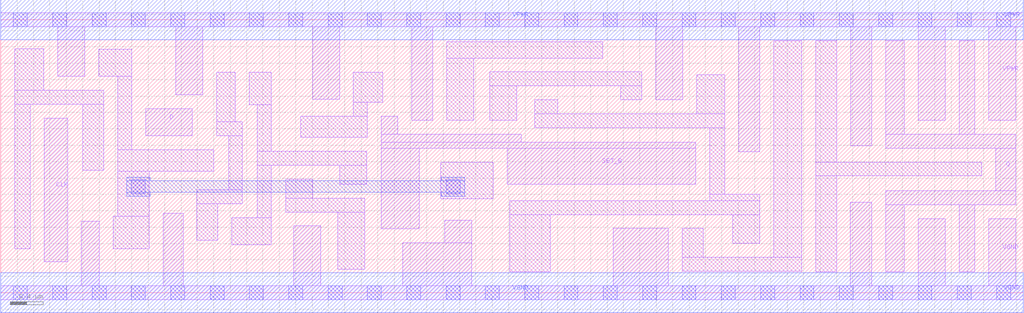
<source format=lef>
# Copyright 2020 The SkyWater PDK Authors
#
# Licensed under the Apache License, Version 2.0 (the "License");
# you may not use this file except in compliance with the License.
# You may obtain a copy of the License at
#
#     https://www.apache.org/licenses/LICENSE-2.0
#
# Unless required by applicable law or agreed to in writing, software
# distributed under the License is distributed on an "AS IS" BASIS,
# WITHOUT WARRANTIES OR CONDITIONS OF ANY KIND, either express or implied.
# See the License for the specific language governing permissions and
# limitations under the License.
#
# SPDX-License-Identifier: Apache-2.0

VERSION 5.7 ;
  NAMESCASESENSITIVE ON ;
  NOWIREEXTENSIONATPIN ON ;
  DIVIDERCHAR "/" ;
  BUSBITCHARS "[]" ;
UNITS
  DATABASE MICRONS 200 ;
END UNITS
MACRO sky130_fd_sc_lp__dfstp_4
  CLASS CORE ;
  SOURCE USER ;
  FOREIGN sky130_fd_sc_lp__dfstp_4 ;
  ORIGIN  0.000000  0.000000 ;
  SIZE  12.48000 BY  3.330000 ;
  SYMMETRY X Y R90 ;
  SITE unit ;
  PIN D
    ANTENNAGATEAREA  0.126000 ;
    DIRECTION INPUT ;
    USE SIGNAL ;
    PORT
      LAYER li1 ;
        RECT 1.770000 1.915000 2.340000 2.245000 ;
    END
  END D
  PIN Q
    ANTENNADIFFAREA  1.176000 ;
    DIRECTION OUTPUT ;
    USE SIGNAL ;
    PORT
      LAYER li1 ;
        RECT 10.800000 0.255000 11.025000 1.075000 ;
        RECT 10.800000 1.075000 12.390000 1.245000 ;
        RECT 10.800000 1.765000 12.390000 1.935000 ;
        RECT 10.800000 1.935000 11.025000 3.075000 ;
        RECT 11.695000 0.255000 11.885000 1.075000 ;
        RECT 11.695000 1.935000 11.885000 3.075000 ;
        RECT 12.145000 1.245000 12.390000 1.765000 ;
    END
  END Q
  PIN SET_B
    ANTENNAGATEAREA  0.252000 ;
    DIRECTION INPUT ;
    USE SIGNAL ;
    PORT
      LAYER li1 ;
        RECT 4.645000 0.780000 5.110000 1.765000 ;
        RECT 4.645000 1.765000 8.485000 1.835000 ;
        RECT 4.645000 1.835000 6.350000 1.935000 ;
        RECT 4.645000 1.935000 4.845000 2.155000 ;
        RECT 6.180000 1.325000 8.485000 1.765000 ;
    END
  END SET_B
  PIN CLK
    ANTENNAGATEAREA  0.159000 ;
    DIRECTION INPUT ;
    USE CLOCK ;
    PORT
      LAYER li1 ;
        RECT 0.530000 0.380000 0.815000 2.130000 ;
    END
  END CLK
  PIN VGND
    DIRECTION INOUT ;
    USE GROUND ;
    PORT
      LAYER li1 ;
        RECT  0.000000 -0.085000 12.480000 0.085000 ;
        RECT  0.985000  0.085000  1.205000 0.870000 ;
        RECT  1.985000  0.085000  2.225000 0.970000 ;
        RECT  3.575000  0.085000  3.905000 0.815000 ;
        RECT  4.905000  0.085000  5.750000 0.610000 ;
        RECT  5.420000  0.610000  5.750000 0.885000 ;
        RECT  7.475000  0.085000  8.145000 0.785000 ;
        RECT 10.370000  0.085000 10.630000 1.105000 ;
        RECT 11.195000  0.085000 11.525000 0.905000 ;
        RECT 12.055000  0.085000 12.385000 0.905000 ;
      LAYER mcon ;
        RECT  0.155000 -0.085000  0.325000 0.085000 ;
        RECT  0.635000 -0.085000  0.805000 0.085000 ;
        RECT  1.115000 -0.085000  1.285000 0.085000 ;
        RECT  1.595000 -0.085000  1.765000 0.085000 ;
        RECT  2.075000 -0.085000  2.245000 0.085000 ;
        RECT  2.555000 -0.085000  2.725000 0.085000 ;
        RECT  3.035000 -0.085000  3.205000 0.085000 ;
        RECT  3.515000 -0.085000  3.685000 0.085000 ;
        RECT  3.995000 -0.085000  4.165000 0.085000 ;
        RECT  4.475000 -0.085000  4.645000 0.085000 ;
        RECT  4.955000 -0.085000  5.125000 0.085000 ;
        RECT  5.435000 -0.085000  5.605000 0.085000 ;
        RECT  5.915000 -0.085000  6.085000 0.085000 ;
        RECT  6.395000 -0.085000  6.565000 0.085000 ;
        RECT  6.875000 -0.085000  7.045000 0.085000 ;
        RECT  7.355000 -0.085000  7.525000 0.085000 ;
        RECT  7.835000 -0.085000  8.005000 0.085000 ;
        RECT  8.315000 -0.085000  8.485000 0.085000 ;
        RECT  8.795000 -0.085000  8.965000 0.085000 ;
        RECT  9.275000 -0.085000  9.445000 0.085000 ;
        RECT  9.755000 -0.085000  9.925000 0.085000 ;
        RECT 10.235000 -0.085000 10.405000 0.085000 ;
        RECT 10.715000 -0.085000 10.885000 0.085000 ;
        RECT 11.195000 -0.085000 11.365000 0.085000 ;
        RECT 11.675000 -0.085000 11.845000 0.085000 ;
        RECT 12.155000 -0.085000 12.325000 0.085000 ;
      LAYER met1 ;
        RECT 0.000000 -0.245000 12.480000 0.245000 ;
    END
  END VGND
  PIN VPWR
    DIRECTION INOUT ;
    USE POWER ;
    PORT
      LAYER li1 ;
        RECT  0.000000 3.245000 12.480000 3.415000 ;
        RECT  0.695000 2.640000  1.025000 3.245000 ;
        RECT  2.135000 2.415000  2.465000 3.245000 ;
        RECT  3.805000 2.360000  4.135000 3.245000 ;
        RECT  5.015000 2.105000  5.275000 3.245000 ;
        RECT  7.995000 2.355000  8.325000 3.245000 ;
        RECT  9.005000 1.720000  9.265000 3.245000 ;
        RECT 10.375000 1.795000 10.630000 3.245000 ;
        RECT 11.195000 2.105000 11.525000 3.245000 ;
        RECT 12.055000 2.105000 12.385000 3.245000 ;
      LAYER mcon ;
        RECT  0.155000 3.245000  0.325000 3.415000 ;
        RECT  0.635000 3.245000  0.805000 3.415000 ;
        RECT  1.115000 3.245000  1.285000 3.415000 ;
        RECT  1.595000 3.245000  1.765000 3.415000 ;
        RECT  2.075000 3.245000  2.245000 3.415000 ;
        RECT  2.555000 3.245000  2.725000 3.415000 ;
        RECT  3.035000 3.245000  3.205000 3.415000 ;
        RECT  3.515000 3.245000  3.685000 3.415000 ;
        RECT  3.995000 3.245000  4.165000 3.415000 ;
        RECT  4.475000 3.245000  4.645000 3.415000 ;
        RECT  4.955000 3.245000  5.125000 3.415000 ;
        RECT  5.435000 3.245000  5.605000 3.415000 ;
        RECT  5.915000 3.245000  6.085000 3.415000 ;
        RECT  6.395000 3.245000  6.565000 3.415000 ;
        RECT  6.875000 3.245000  7.045000 3.415000 ;
        RECT  7.355000 3.245000  7.525000 3.415000 ;
        RECT  7.835000 3.245000  8.005000 3.415000 ;
        RECT  8.315000 3.245000  8.485000 3.415000 ;
        RECT  8.795000 3.245000  8.965000 3.415000 ;
        RECT  9.275000 3.245000  9.445000 3.415000 ;
        RECT  9.755000 3.245000  9.925000 3.415000 ;
        RECT 10.235000 3.245000 10.405000 3.415000 ;
        RECT 10.715000 3.245000 10.885000 3.415000 ;
        RECT 11.195000 3.245000 11.365000 3.415000 ;
        RECT 11.675000 3.245000 11.845000 3.415000 ;
        RECT 12.155000 3.245000 12.325000 3.415000 ;
      LAYER met1 ;
        RECT 0.000000 3.085000 12.480000 3.575000 ;
    END
  END VPWR
  OBS
    LAYER li1 ;
      RECT 0.170000 0.540000  0.360000 2.300000 ;
      RECT 0.170000 2.300000  1.260000 2.470000 ;
      RECT 0.170000 2.470000  0.525000 2.975000 ;
      RECT 1.000000 1.495000  1.260000 2.300000 ;
      RECT 1.195000 2.640000  1.600000 2.970000 ;
      RECT 1.375000 0.540000  1.815000 0.935000 ;
      RECT 1.430000 0.935000  1.815000 1.485000 ;
      RECT 1.430000 1.485000  2.600000 1.745000 ;
      RECT 1.430000 1.745000  1.600000 2.640000 ;
      RECT 2.395000 0.640000  2.650000 1.085000 ;
      RECT 2.395000 1.085000  2.950000 1.255000 ;
      RECT 2.635000 1.915000  2.950000 2.085000 ;
      RECT 2.635000 2.085000  2.865000 2.690000 ;
      RECT 2.780000 1.255000  2.950000 1.915000 ;
      RECT 2.820000 0.585000  3.300000 0.915000 ;
      RECT 3.035000 2.295000  3.300000 2.690000 ;
      RECT 3.130000 0.915000  3.300000 1.555000 ;
      RECT 3.130000 1.555000  4.465000 1.725000 ;
      RECT 3.130000 1.725000  3.300000 2.295000 ;
      RECT 3.480000 0.985000  4.445000 1.155000 ;
      RECT 3.480000 1.155000  3.810000 1.385000 ;
      RECT 3.660000 1.895000  4.475000 2.155000 ;
      RECT 4.115000 0.285000  4.445000 0.985000 ;
      RECT 4.135000 1.325000  4.465000 1.555000 ;
      RECT 4.305000 2.155000  4.475000 2.325000 ;
      RECT 4.305000 2.325000  4.660000 2.690000 ;
      RECT 5.370000 1.150000  6.010000 1.595000 ;
      RECT 5.445000 2.105000  5.775000 2.865000 ;
      RECT 5.445000 2.865000  7.345000 3.065000 ;
      RECT 5.965000 2.105000  6.295000 2.525000 ;
      RECT 5.965000 2.525000  7.825000 2.695000 ;
      RECT 6.210000 0.255000  6.705000 0.955000 ;
      RECT 6.210000 0.955000  9.265000 1.125000 ;
      RECT 6.520000 2.015000  8.835000 2.185000 ;
      RECT 6.520000 2.185000  6.795000 2.355000 ;
      RECT 7.565000 2.355000  7.825000 2.525000 ;
      RECT 8.315000 0.265000  9.775000 0.435000 ;
      RECT 8.315000 0.435000  8.575000 0.785000 ;
      RECT 8.495000 2.185000  8.835000 2.660000 ;
      RECT 8.655000 1.125000  9.265000 1.205000 ;
      RECT 8.655000 1.205000  8.835000 2.015000 ;
      RECT 8.935000 0.605000  9.265000 0.955000 ;
      RECT 9.435000 0.435000  9.775000 3.075000 ;
      RECT 9.945000 0.255000 10.200000 1.425000 ;
      RECT 9.945000 1.425000 11.975000 1.595000 ;
      RECT 9.945000 1.595000 10.205000 3.075000 ;
    LAYER mcon ;
      RECT 1.595000 1.210000 1.765000 1.380000 ;
      RECT 5.435000 1.210000 5.605000 1.380000 ;
    LAYER met1 ;
      RECT 1.535000 1.180000 1.825000 1.225000 ;
      RECT 1.535000 1.225000 5.665000 1.365000 ;
      RECT 1.535000 1.365000 1.825000 1.410000 ;
      RECT 5.375000 1.180000 5.665000 1.225000 ;
      RECT 5.375000 1.365000 5.665000 1.410000 ;
  END
END sky130_fd_sc_lp__dfstp_4

</source>
